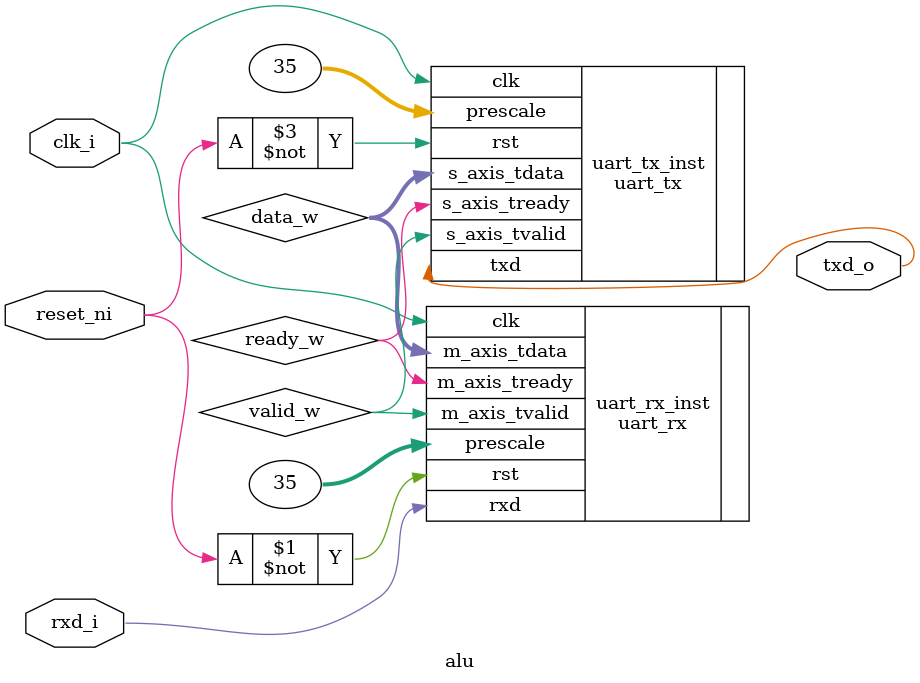
<source format=sv>

module alu
   #(parameter DATA_WIDTH_P = 8
    ,parameter PRESCALE_P = 35
    )
    (input   [0:0]    clk_i
    ,input   [0:0] reset_ni
    ,input   [0:0]    rxd_i
    ,output  [0:0]    txd_o
    );

wire [DATA_WIDTH_P-1:0] data_w;
wire [0:0] valid_w;
wire [0:0] ready_w;

uart_rx
   #(.DATA_WIDTH(DATA_WIDTH_P)
    )
uart_rx_inst
    (.clk(clk_i)
    ,.rst(~reset_ni)
    ,.m_axis_tdata(data_w)
    ,.m_axis_tvalid(valid_w)
    ,.m_axis_tready(ready_w)
    ,.rxd(rxd_i)
    ,.prescale(PRESCALE_P)
    );

uart_tx
   #(.DATA_WIDTH(DATA_WIDTH_P)
    )
uart_tx_inst
    (.clk(clk_i)
    ,.rst(~reset_ni)
    ,.s_axis_tdata(data_w)
    ,.s_axis_tvalid(valid_w)
    ,.s_axis_tready(ready_w)
    ,.txd(txd_o)
    ,.prescale(PRESCALE_P)
    );

endmodule

</source>
